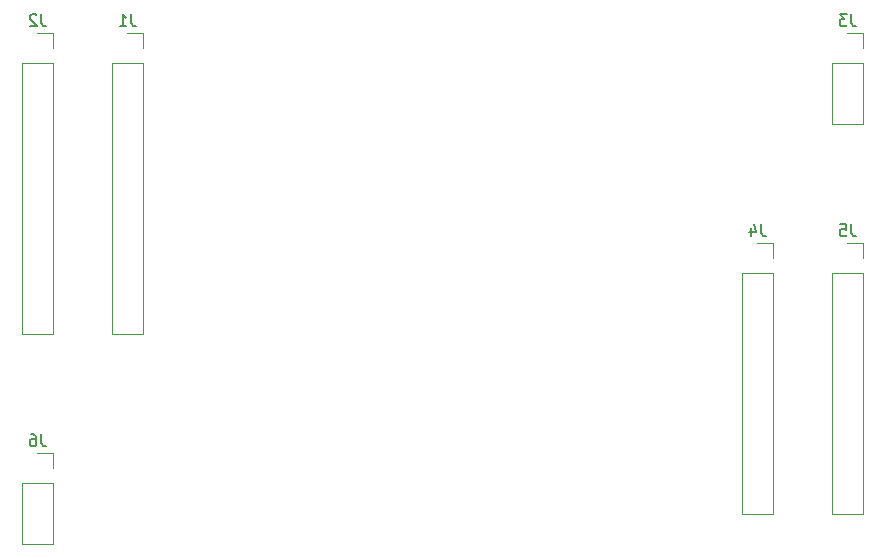
<source format=gbo>
G04 #@! TF.GenerationSoftware,KiCad,Pcbnew,5.0.2-bee76a0~70~ubuntu16.04.1*
G04 #@! TF.CreationDate,2019-07-25T13:08:08+01:00*
G04 #@! TF.ProjectId,AtomRamAndNoiseKiller,41746f6d-5261-46d4-916e-644e6f697365,rev?*
G04 #@! TF.SameCoordinates,PX8e4fe28PY93c3260*
G04 #@! TF.FileFunction,Legend,Bot*
G04 #@! TF.FilePolarity,Positive*
%FSLAX46Y46*%
G04 Gerber Fmt 4.6, Leading zero omitted, Abs format (unit mm)*
G04 Created by KiCad (PCBNEW 5.0.2-bee76a0~70~ubuntu16.04.1) date Thu 25 Jul 2019 13:08:08 BST*
%MOMM*%
%LPD*%
G01*
G04 APERTURE LIST*
%ADD10C,0.120000*%
%ADD11C,0.150000*%
G04 APERTURE END LIST*
D10*
G04 #@! TO.C,J3*
X73720000Y45780000D02*
X72390000Y45780000D01*
X73720000Y44450000D02*
X73720000Y45780000D01*
X73720000Y43180000D02*
X71060000Y43180000D01*
X71060000Y43180000D02*
X71060000Y38040000D01*
X73720000Y43180000D02*
X73720000Y38040000D01*
X73720000Y38040000D02*
X71060000Y38040000D01*
G04 #@! TO.C,J1*
X12760000Y45780000D02*
X11430000Y45780000D01*
X12760000Y44450000D02*
X12760000Y45780000D01*
X12760000Y43180000D02*
X10100000Y43180000D01*
X10100000Y43180000D02*
X10100000Y20260000D01*
X12760000Y43180000D02*
X12760000Y20260000D01*
X12760000Y20260000D02*
X10100000Y20260000D01*
G04 #@! TO.C,J6*
X5140000Y10220000D02*
X3810000Y10220000D01*
X5140000Y8890000D02*
X5140000Y10220000D01*
X5140000Y7620000D02*
X2480000Y7620000D01*
X2480000Y7620000D02*
X2480000Y2480000D01*
X5140000Y7620000D02*
X5140000Y2480000D01*
X5140000Y2480000D02*
X2480000Y2480000D01*
G04 #@! TO.C,J4*
X66100000Y28000000D02*
X64770000Y28000000D01*
X66100000Y26670000D02*
X66100000Y28000000D01*
X66100000Y25400000D02*
X63440000Y25400000D01*
X63440000Y25400000D02*
X63440000Y5020000D01*
X66100000Y25400000D02*
X66100000Y5020000D01*
X66100000Y5020000D02*
X63440000Y5020000D01*
G04 #@! TO.C,J5*
X73720000Y28000000D02*
X72390000Y28000000D01*
X73720000Y26670000D02*
X73720000Y28000000D01*
X73720000Y25400000D02*
X71060000Y25400000D01*
X71060000Y25400000D02*
X71060000Y5020000D01*
X73720000Y25400000D02*
X73720000Y5020000D01*
X73720000Y5020000D02*
X71060000Y5020000D01*
G04 #@! TO.C,J2*
X5140000Y45780000D02*
X3810000Y45780000D01*
X5140000Y44450000D02*
X5140000Y45780000D01*
X5140000Y43180000D02*
X2480000Y43180000D01*
X2480000Y43180000D02*
X2480000Y20260000D01*
X5140000Y43180000D02*
X5140000Y20260000D01*
X5140000Y20260000D02*
X2480000Y20260000D01*
G04 #@! TO.C,J3*
D11*
X72723333Y47327620D02*
X72723333Y46613334D01*
X72770952Y46470477D01*
X72866190Y46375239D01*
X73009047Y46327620D01*
X73104285Y46327620D01*
X72342380Y47327620D02*
X71723333Y47327620D01*
X72056666Y46946667D01*
X71913809Y46946667D01*
X71818571Y46899048D01*
X71770952Y46851429D01*
X71723333Y46756191D01*
X71723333Y46518096D01*
X71770952Y46422858D01*
X71818571Y46375239D01*
X71913809Y46327620D01*
X72199523Y46327620D01*
X72294761Y46375239D01*
X72342380Y46422858D01*
G04 #@! TO.C,J1*
X11763333Y47327620D02*
X11763333Y46613334D01*
X11810952Y46470477D01*
X11906190Y46375239D01*
X12049047Y46327620D01*
X12144285Y46327620D01*
X10763333Y46327620D02*
X11334761Y46327620D01*
X11049047Y46327620D02*
X11049047Y47327620D01*
X11144285Y47184762D01*
X11239523Y47089524D01*
X11334761Y47041905D01*
G04 #@! TO.C,J6*
X4143333Y11767620D02*
X4143333Y11053334D01*
X4190952Y10910477D01*
X4286190Y10815239D01*
X4429047Y10767620D01*
X4524285Y10767620D01*
X3238571Y11767620D02*
X3429047Y11767620D01*
X3524285Y11720000D01*
X3571904Y11672381D01*
X3667142Y11529524D01*
X3714761Y11339048D01*
X3714761Y10958096D01*
X3667142Y10862858D01*
X3619523Y10815239D01*
X3524285Y10767620D01*
X3333809Y10767620D01*
X3238571Y10815239D01*
X3190952Y10862858D01*
X3143333Y10958096D01*
X3143333Y11196191D01*
X3190952Y11291429D01*
X3238571Y11339048D01*
X3333809Y11386667D01*
X3524285Y11386667D01*
X3619523Y11339048D01*
X3667142Y11291429D01*
X3714761Y11196191D01*
G04 #@! TO.C,J4*
X65103333Y29547620D02*
X65103333Y28833334D01*
X65150952Y28690477D01*
X65246190Y28595239D01*
X65389047Y28547620D01*
X65484285Y28547620D01*
X64198571Y29214286D02*
X64198571Y28547620D01*
X64436666Y29595239D02*
X64674761Y28880953D01*
X64055714Y28880953D01*
G04 #@! TO.C,J5*
X72723333Y29547620D02*
X72723333Y28833334D01*
X72770952Y28690477D01*
X72866190Y28595239D01*
X73009047Y28547620D01*
X73104285Y28547620D01*
X71770952Y29547620D02*
X72247142Y29547620D01*
X72294761Y29071429D01*
X72247142Y29119048D01*
X72151904Y29166667D01*
X71913809Y29166667D01*
X71818571Y29119048D01*
X71770952Y29071429D01*
X71723333Y28976191D01*
X71723333Y28738096D01*
X71770952Y28642858D01*
X71818571Y28595239D01*
X71913809Y28547620D01*
X72151904Y28547620D01*
X72247142Y28595239D01*
X72294761Y28642858D01*
G04 #@! TO.C,J2*
X4143333Y47327620D02*
X4143333Y46613334D01*
X4190952Y46470477D01*
X4286190Y46375239D01*
X4429047Y46327620D01*
X4524285Y46327620D01*
X3714761Y47232381D02*
X3667142Y47280000D01*
X3571904Y47327620D01*
X3333809Y47327620D01*
X3238571Y47280000D01*
X3190952Y47232381D01*
X3143333Y47137143D01*
X3143333Y47041905D01*
X3190952Y46899048D01*
X3762380Y46327620D01*
X3143333Y46327620D01*
G04 #@! TD*
M02*

</source>
